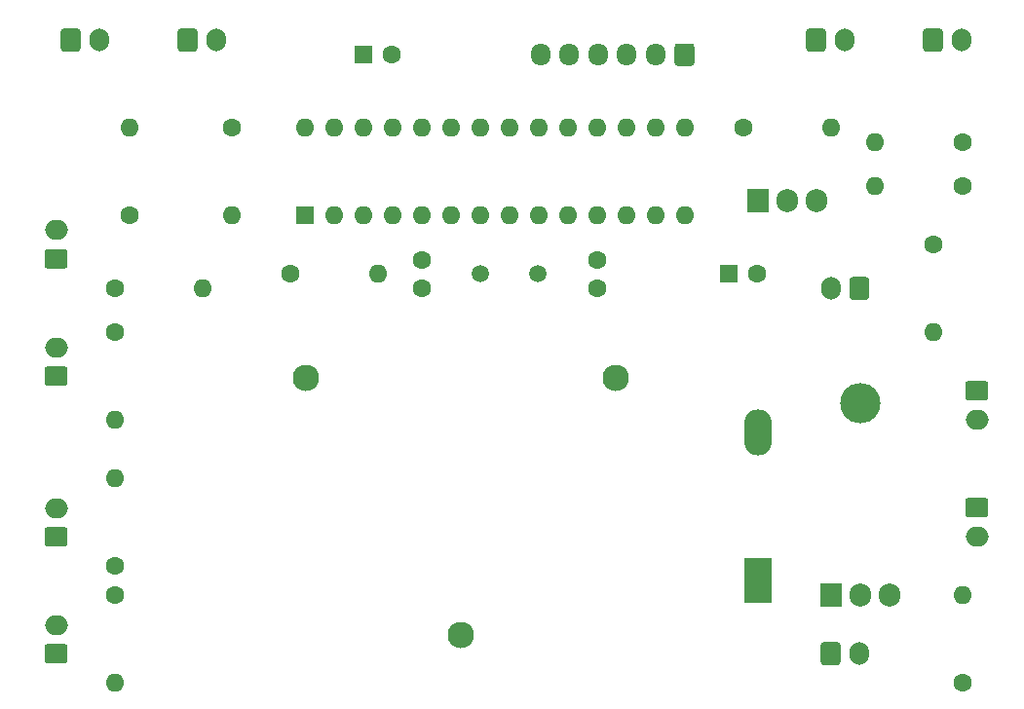
<source format=gbr>
%TF.GenerationSoftware,KiCad,Pcbnew,5.99.0+really5.1.10+dfsg1-1*%
%TF.CreationDate,2022-03-10T13:38:06+00:00*%
%TF.ProjectId,board,626f6172-642e-46b6-9963-61645f706362,rev?*%
%TF.SameCoordinates,Original*%
%TF.FileFunction,Soldermask,Top*%
%TF.FilePolarity,Negative*%
%FSLAX46Y46*%
G04 Gerber Fmt 4.6, Leading zero omitted, Abs format (unit mm)*
G04 Created by KiCad (PCBNEW 5.99.0+really5.1.10+dfsg1-1) date 2022-03-10 13:38:06*
%MOMM*%
%LPD*%
G01*
G04 APERTURE LIST*
%ADD10C,1.500000*%
%ADD11O,1.600000X1.600000*%
%ADD12R,1.600000X1.600000*%
%ADD13O,1.905000X2.000000*%
%ADD14R,1.905000X2.000000*%
%ADD15O,3.500000X3.500000*%
%ADD16O,2.000000X1.700000*%
%ADD17O,1.700000X2.000000*%
%ADD18C,1.600000*%
%ADD19O,1.700000X1.950000*%
%ADD20C,2.300000*%
%ADD21O,2.410000X4.020000*%
%ADD22R,2.410000X4.020000*%
G04 APERTURE END LIST*
D10*
%TO.C,Y1*%
X123110000Y-120650000D03*
X118110000Y-120650000D03*
%TD*%
D11*
%TO.C,U2*%
X102870000Y-107950000D03*
X135890000Y-115570000D03*
X105410000Y-107950000D03*
X133350000Y-115570000D03*
X107950000Y-107950000D03*
X130810000Y-115570000D03*
X110490000Y-107950000D03*
X128270000Y-115570000D03*
X113030000Y-107950000D03*
X125730000Y-115570000D03*
X115570000Y-107950000D03*
X123190000Y-115570000D03*
X118110000Y-107950000D03*
X120650000Y-115570000D03*
X120650000Y-107950000D03*
X118110000Y-115570000D03*
X123190000Y-107950000D03*
X115570000Y-115570000D03*
X125730000Y-107950000D03*
X113030000Y-115570000D03*
X128270000Y-107950000D03*
X110490000Y-115570000D03*
X130810000Y-107950000D03*
X107950000Y-115570000D03*
X133350000Y-107950000D03*
X105410000Y-115570000D03*
X135890000Y-107950000D03*
D12*
X102870000Y-115570000D03*
%TD*%
D13*
%TO.C,U1*%
X153670000Y-148590000D03*
X151130000Y-148590000D03*
D14*
X148590000Y-148590000D03*
D15*
X151130000Y-131930000D03*
%TD*%
%TO.C,SW5*%
G36*
G01*
X82030000Y-130390000D02*
X80530000Y-130390000D01*
G75*
G02*
X80280000Y-130140000I0J250000D01*
G01*
X80280000Y-128940000D01*
G75*
G02*
X80530000Y-128690000I250000J0D01*
G01*
X82030000Y-128690000D01*
G75*
G02*
X82280000Y-128940000I0J-250000D01*
G01*
X82280000Y-130140000D01*
G75*
G02*
X82030000Y-130390000I-250000J0D01*
G01*
G37*
D16*
X81280000Y-127040000D03*
%TD*%
%TO.C,SW4*%
X81280000Y-151170000D03*
G36*
G01*
X82030000Y-154520000D02*
X80530000Y-154520000D01*
G75*
G02*
X80280000Y-154270000I0J250000D01*
G01*
X80280000Y-153070000D01*
G75*
G02*
X80530000Y-152820000I250000J0D01*
G01*
X82030000Y-152820000D01*
G75*
G02*
X82280000Y-153070000I0J-250000D01*
G01*
X82280000Y-154270000D01*
G75*
G02*
X82030000Y-154520000I-250000J0D01*
G01*
G37*
%TD*%
%TO.C,SW3*%
X161290000Y-133310000D03*
G36*
G01*
X160540000Y-129960000D02*
X162040000Y-129960000D01*
G75*
G02*
X162290000Y-130210000I0J-250000D01*
G01*
X162290000Y-131410000D01*
G75*
G02*
X162040000Y-131660000I-250000J0D01*
G01*
X160540000Y-131660000D01*
G75*
G02*
X160290000Y-131410000I0J250000D01*
G01*
X160290000Y-130210000D01*
G75*
G02*
X160540000Y-129960000I250000J0D01*
G01*
G37*
%TD*%
D17*
%TO.C,SW2*%
X149820000Y-100330000D03*
G36*
G01*
X146470000Y-101080000D02*
X146470000Y-99580000D01*
G75*
G02*
X146720000Y-99330000I250000J0D01*
G01*
X147920000Y-99330000D01*
G75*
G02*
X148170000Y-99580000I0J-250000D01*
G01*
X148170000Y-101080000D01*
G75*
G02*
X147920000Y-101330000I-250000J0D01*
G01*
X146720000Y-101330000D01*
G75*
G02*
X146470000Y-101080000I0J250000D01*
G01*
G37*
%TD*%
%TO.C,SW1*%
X85050000Y-100330000D03*
G36*
G01*
X81700000Y-101080000D02*
X81700000Y-99580000D01*
G75*
G02*
X81950000Y-99330000I250000J0D01*
G01*
X83150000Y-99330000D01*
G75*
G02*
X83400000Y-99580000I0J-250000D01*
G01*
X83400000Y-101080000D01*
G75*
G02*
X83150000Y-101330000I-250000J0D01*
G01*
X81950000Y-101330000D01*
G75*
G02*
X81700000Y-101080000I0J250000D01*
G01*
G37*
%TD*%
D18*
%TO.C,R_SW5*%
X86360000Y-125730000D03*
D11*
X86360000Y-133350000D03*
%TD*%
%TO.C,R_SW4*%
X86360000Y-156210000D03*
D18*
X86360000Y-148590000D03*
%TD*%
D11*
%TO.C,R_SW3*%
X157480000Y-125730000D03*
D18*
X157480000Y-118110000D03*
%TD*%
D11*
%TO.C,R_SW2*%
X152400000Y-109220000D03*
D18*
X160020000Y-109220000D03*
%TD*%
D11*
%TO.C,R_SW1*%
X87630000Y-107950000D03*
D18*
X87630000Y-115570000D03*
%TD*%
D11*
%TO.C,R_RESET1*%
X109220000Y-120650000D03*
D18*
X101600000Y-120650000D03*
%TD*%
%TO.C,R_LED5*%
X86360000Y-121920000D03*
D11*
X93980000Y-121920000D03*
%TD*%
%TO.C,R_LED4*%
X86360000Y-138430000D03*
D18*
X86360000Y-146050000D03*
%TD*%
D11*
%TO.C,R_LED3*%
X160020000Y-148590000D03*
D18*
X160020000Y-156210000D03*
%TD*%
D11*
%TO.C,R_LED2*%
X152400000Y-113030000D03*
D18*
X160020000Y-113030000D03*
%TD*%
D11*
%TO.C,R_LED1*%
X96520000Y-115570000D03*
D18*
X96520000Y-107950000D03*
%TD*%
D11*
%TO.C,R_AMP1*%
X148590000Y-107950000D03*
D18*
X140970000Y-107950000D03*
%TD*%
D13*
%TO.C,Q1*%
X147320000Y-114300000D03*
X144780000Y-114300000D03*
D14*
X142240000Y-114300000D03*
%TD*%
D17*
%TO.C,PowerSwExt1*%
X151090000Y-153670000D03*
G36*
G01*
X147740000Y-154420000D02*
X147740000Y-152920000D01*
G75*
G02*
X147990000Y-152670000I250000J0D01*
G01*
X149190000Y-152670000D01*
G75*
G02*
X149440000Y-152920000I0J-250000D01*
G01*
X149440000Y-154420000D01*
G75*
G02*
X149190000Y-154670000I-250000J0D01*
G01*
X147990000Y-154670000D01*
G75*
G02*
X147740000Y-154420000I0J250000D01*
G01*
G37*
%TD*%
D19*
%TO.C,Micro_SD_card1*%
X123390000Y-101600000D03*
X125890000Y-101600000D03*
X128390000Y-101600000D03*
X130890000Y-101600000D03*
X133390000Y-101600000D03*
G36*
G01*
X136740000Y-100875000D02*
X136740000Y-102325000D01*
G75*
G02*
X136490000Y-102575000I-250000J0D01*
G01*
X135290000Y-102575000D01*
G75*
G02*
X135040000Y-102325000I0J250000D01*
G01*
X135040000Y-100875000D01*
G75*
G02*
X135290000Y-100625000I250000J0D01*
G01*
X136490000Y-100625000D01*
G75*
G02*
X136740000Y-100875000I0J-250000D01*
G01*
G37*
%TD*%
D17*
%TO.C,LS1*%
X148590000Y-121920000D03*
G36*
G01*
X151940000Y-121170000D02*
X151940000Y-122670000D01*
G75*
G02*
X151690000Y-122920000I-250000J0D01*
G01*
X150490000Y-122920000D01*
G75*
G02*
X150240000Y-122670000I0J250000D01*
G01*
X150240000Y-121170000D01*
G75*
G02*
X150490000Y-120920000I250000J0D01*
G01*
X151690000Y-120920000D01*
G75*
G02*
X151940000Y-121170000I0J-250000D01*
G01*
G37*
%TD*%
%TO.C,LED5*%
G36*
G01*
X82030000Y-120190000D02*
X80530000Y-120190000D01*
G75*
G02*
X80280000Y-119940000I0J250000D01*
G01*
X80280000Y-118740000D01*
G75*
G02*
X80530000Y-118490000I250000J0D01*
G01*
X82030000Y-118490000D01*
G75*
G02*
X82280000Y-118740000I0J-250000D01*
G01*
X82280000Y-119940000D01*
G75*
G02*
X82030000Y-120190000I-250000J0D01*
G01*
G37*
D16*
X81280000Y-116840000D03*
%TD*%
%TO.C,LED4*%
X81280000Y-141010000D03*
G36*
G01*
X82030000Y-144360000D02*
X80530000Y-144360000D01*
G75*
G02*
X80280000Y-144110000I0J250000D01*
G01*
X80280000Y-142910000D01*
G75*
G02*
X80530000Y-142660000I250000J0D01*
G01*
X82030000Y-142660000D01*
G75*
G02*
X82280000Y-142910000I0J-250000D01*
G01*
X82280000Y-144110000D01*
G75*
G02*
X82030000Y-144360000I-250000J0D01*
G01*
G37*
%TD*%
%TO.C,LED3*%
X161290000Y-143470000D03*
G36*
G01*
X160540000Y-140120000D02*
X162040000Y-140120000D01*
G75*
G02*
X162290000Y-140370000I0J-250000D01*
G01*
X162290000Y-141570000D01*
G75*
G02*
X162040000Y-141820000I-250000J0D01*
G01*
X160540000Y-141820000D01*
G75*
G02*
X160290000Y-141570000I0J250000D01*
G01*
X160290000Y-140370000D01*
G75*
G02*
X160540000Y-140120000I250000J0D01*
G01*
G37*
%TD*%
D17*
%TO.C,LED2*%
X159980000Y-100330000D03*
G36*
G01*
X156630000Y-101080000D02*
X156630000Y-99580000D01*
G75*
G02*
X156880000Y-99330000I250000J0D01*
G01*
X158080000Y-99330000D01*
G75*
G02*
X158330000Y-99580000I0J-250000D01*
G01*
X158330000Y-101080000D01*
G75*
G02*
X158080000Y-101330000I-250000J0D01*
G01*
X156880000Y-101330000D01*
G75*
G02*
X156630000Y-101080000I0J250000D01*
G01*
G37*
%TD*%
%TO.C,LED1*%
X95210000Y-100330000D03*
G36*
G01*
X91860000Y-101080000D02*
X91860000Y-99580000D01*
G75*
G02*
X92110000Y-99330000I250000J0D01*
G01*
X93310000Y-99330000D01*
G75*
G02*
X93560000Y-99580000I0J-250000D01*
G01*
X93560000Y-101080000D01*
G75*
G02*
X93310000Y-101330000I-250000J0D01*
G01*
X92110000Y-101330000D01*
G75*
G02*
X91860000Y-101080000I0J250000D01*
G01*
G37*
%TD*%
D18*
%TO.C,C_POW1*%
X110450000Y-101600000D03*
D12*
X107950000Y-101600000D03*
%TD*%
D18*
%TO.C,C_AMP1*%
X142200000Y-120650000D03*
D12*
X139700000Y-120650000D03*
%TD*%
D18*
%TO.C,C2_CRY1*%
X128270000Y-119420000D03*
X128270000Y-121920000D03*
%TD*%
%TO.C,C1_CRY1*%
X113030000Y-119420000D03*
X113030000Y-121920000D03*
%TD*%
D20*
%TO.C,BT1*%
X102980000Y-129700000D03*
X129950000Y-129700000D03*
X116460000Y-152050000D03*
D21*
X142240000Y-134440000D03*
D22*
X142240000Y-147320000D03*
%TD*%
M02*

</source>
